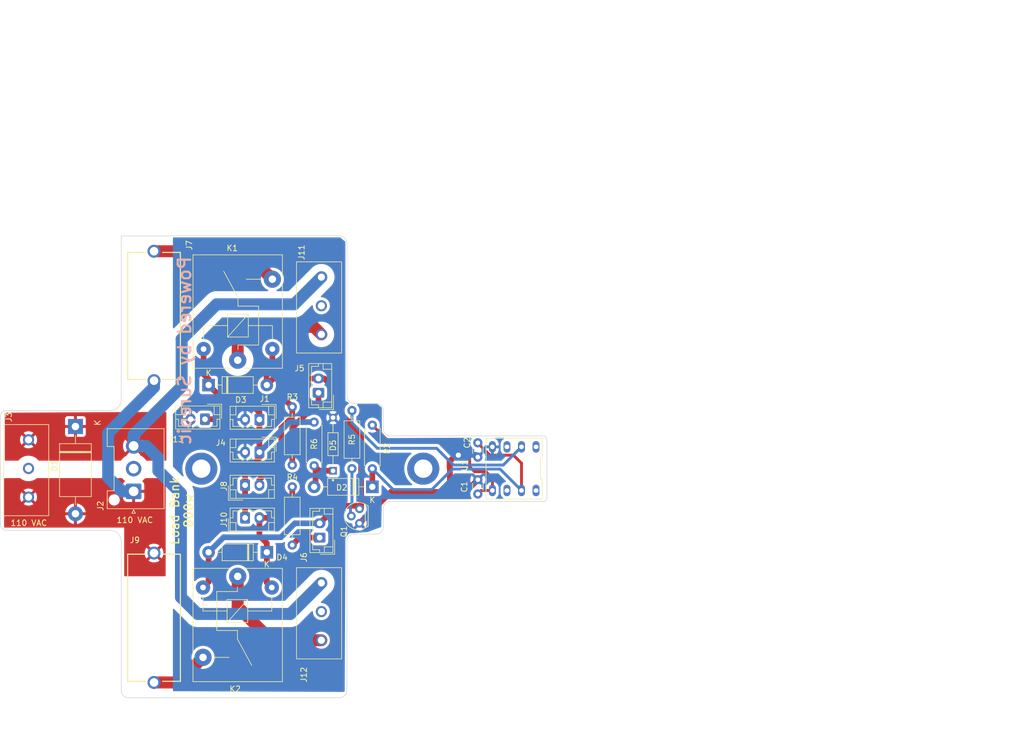
<source format=kicad_pcb>
(kicad_pcb (version 20221018) (generator pcbnew)
  (layers (0 "F.Cu" signal) (31 "B.Cu" signal) (34 "B.Paste" user) (35 "F.Paste" user) (36 "B.SilkS" user "B.Silkscreen") (37 "F.SilkS" user "F.Silkscreen") (38 "B.Mask" user) (39 "F.Mask" user) (44 "Edge.Cuts" user))
  (net 0 "")
  (net 1 "Net-(U1-TSET)")
  (net 2 "GND")
  (net 3 "Net-(D2-K)")
  (net 4 "VAC")
  (net 5 "Net-(D3-K)")
  (net 6 "GNDA")
  (net 7 "Net-(D3-A)")
  (net 8 "+5V")
  (net 9 "Net-(D4-K)")
  (net 11 "Net-(J5-Pin_1)")
  (net 13 "Net-(J6-Pin_1)")
  (net 14 "Net-(K1-30)")
  (net 15 "Net-(K2-30)")
  (net 16 "/res_1")
  (net 19 "Net-(K2-87)")
  (net 20 "Net-(Q1-B)")
  (net 21 "T_CONTROL")
  (net 26 "Net-(D2-A)")
  (footprint "Resistor_THT:R_Axial_DIN0207_L6.3mm_D2.5mm_P10.16mm_Horizontal" (layer "F.Cu") (at 157.48 85.725 -90)
    (fp_text reference "R3" (at -1.725 -0.02 180) (layer "F.SilkS"))
    (fp_text value "100R" hide)
    (pad "1" thru_hole circle (at 0 0 270) (size 1.6 1.6) (drill 0.8) (layers "*.Cu" "*.Mask") (net 5 "Net-(D3-K)"))
    (pad "2" thru_hole oval (at 10.16 0 270) (size 1.6 1.6) (drill 0.8) (layers "*.Cu" "*.Mask") (net 11 "Net-(J5-Pin_1)"))
  )
  (footprint "Capacitor_THT:C_Disc_D3.0mm_W1.6mm_P2.50mm" (layer "F.Cu") (at 189.865 92 -90)
    (fp_text reference "C2" (at 0 1.865 -270) (layer "F.SilkS"))
    (fp_text value "0.1uf" hide)
    (pad "1" thru_hole circle (at 0 0 270) (size 1.6 1.6) (drill 0.8) (layers "*.Cu" "*.Mask") (net 3 "Net-(D2-K)"))
    (pad "2" thru_hole circle (at 2.5 0 270) (size 1.6 1.6) (drill 0.8) (layers "*.Cu" "*.Mask") (net 2 "GND"))
  )
  (footprint "Connector_JST:JST_EH_B2B-EH-A_1x02_P2.50mm_Vertical" (layer "F.Cu") (at 151.745 87.93 180)
    (fp_text reference "J1" (at -0.909 3.602) (layer "F.SilkS"))
    (fp_text value "25SH-B-02-TS" hide)
    (pad "1" thru_hole roundrect (at 0 0 180) (size 1.7 2) (drill 1) (layers "*.Cu" "*.Mask") (roundrect_rratio 0.1470588235) (net 8 "+5V"))
    (pad "2" thru_hole oval (at 2.5 0 180) (size 1.7 2) (drill 1) (layers "*.Cu" "*.Mask") (net 2 "GND"))
  )
  (footprint "Connector_JST:JST_EH_B2B-EH-A_1x02_P2.50mm_Vertical" (layer "F.Cu") (at 142.24 87.884 180)
    (fp_text reference "J13" (at 5.06 -3.51) (layer "F.SilkS"))
    (fp_text value "25SH-B-02-TS" hide)
    (pad "1" thru_hole roundrect (at 0 0 180) (size 1.7 2) (drill 1) (layers "*.Cu" "*.Mask") (roundrect_rratio 0.147059) (net 8 "+5V"))
    (pad "2" thru_hole oval (at 2.5 0 180) (size 1.7 2) (drill 1) (layers "*.Cu" "*.Mask") (net 2 "GND"))
  )
  (footprint "Connector_JST:JST_EH_B2B-EH-A_1x02_P2.50mm_Vertical" (layer "F.Cu") (at 149.245 99.395)
    (fp_text reference "J8" (at -3.703 0.173 90) (layer "F.SilkS"))
    (fp_text value "25SH-B-02-TS" hide)
    (pad "1" thru_hole roundrect (at 0 0) (size 1.7 2) (drill 1) (layers "*.Cu" "*.Mask") (roundrect_rratio 0.1470588235) (net 8 "+5V"))
    (pad "2" thru_hole oval (at 2.5 0) (size 1.7 2) (drill 1) (layers "*.Cu" "*.Mask") (net 5 "Net-(D3-K)"))
  )
  (footprint "Relay_THT:Relay_SPST_SANYOU_SRD_Series_Form_A" (layer "F.Cu") (at 147.955 115.325 -90)
    (fp_text reference "K2" (at 19.675 0.455 180) (layer "F.SilkS"))
    (fp_text value "J123F1A5VDC.36" hide)
    (pad "1" thru_hole circle (at 0 0) (size 3 3) (drill 1.3) (layers "*.Cu" "*.Mask") (net 19 "Net-(K2-87)"))
    (pad "2" thru_hole circle (at 1.95 6.05) (size 2.5 2.5) (drill 1) (layers "*.Cu" "*.Mask") (net 7 "Net-(D3-A)"))
    (pad "3" thru_hole circle (at 14.15 6.05) (size 3 3) (drill 1.3) (layers "*.Cu" "*.Mask") (net 15 "Net-(K2-30)"))
    (pad "5" thru_hole circle (at 1.95 -5.95) (size 2.5 2.5) (drill 1) (layers "*.Cu" "*.Mask") (net 9 "Net-(D4-K)"))
  )
  (footprint "Diode_THT:D_DO-201AE_P15.24mm_Horizontal" (layer "F.Cu") (at 119.634 89.154 -90)
    (fp_text reference "D1" (at 6.846 3.634 90) (layer "F.SilkS"))
    (fp_text value "1.5KExxCA" hide)
    (fp_text user "K" (at -0.654 -3.866 90) (layer "F.SilkS"))
    (pad "1" thru_hole rect (at 0 0 270) (size 2.6 2.6) (drill 1.3) (layers "*.Cu" "*.Mask") (net 6 "GNDA"))
    (pad "2" thru_hole oval (at 15.24 0 270) (size 2.6 2.6) (drill 1.3) (layers "*.Cu" "*.Mask") (net 4 "VAC"))
  )
  (footprint "Connector_JST:JST_EH_B2B-EH-A_1x02_P2.50mm_Vertical" (layer "F.Cu") (at 149.245 105.11)
    (fp_text reference "J10" (at -3.703 0.3 90) (layer "F.SilkS"))
    (fp_text value "25SH-B-02-TS" hide)
    (pad "1" thru_hole roundrect (at 0 0) (size 1.7 2) (drill 1) (layers "*.Cu" "*.Mask") (roundrect_rratio 0.1470588235) (net 8 "+5V"))
    (pad "2" thru_hole oval (at 2.5 0) (size 1.7 2) (drill 1) (layers "*.Cu" "*.Mask") (net 9 "Net-(D4-K)"))
  )
  (footprint "Relay_THT:Relay_SPST_SANYOU_SRD_Series_Form_A" (layer "F.Cu") (at 147.955 77.58 90)
    (fp_text reference "K1" (at 19.58 -0.955 180) (layer "F.SilkS"))
    (fp_text value "J123F1A5VDC.36" hide)
    (pad "1" thru_hole circle (at 0 0 180) (size 3 3) (drill 1.3) (layers "*.Cu" "*.Mask") (net 16 "/res_1"))
    (pad "2" thru_hole circle (at 1.95 6.05 180) (size 2.5 2.5) (drill 1) (layers "*.Cu" "*.Mask") (net 7 "Net-(D3-A)"))
    (pad "3" thru_hole circle (at 14.15 6.05 180) (size 3 3) (drill 1.3) (layers "*.Cu" "*.Mask") (net 14 "Net-(K1-30)"))
    (pad "5" thru_hole circle (at 1.95 -5.95 180) (size 2.5 2.5) (drill 1) (layers "*.Cu" "*.Mask") (net 5 "Net-(D3-K)"))
  )
  (footprint "Diode_THT:D_DO-41_SOD81_P10.16mm_Horizontal" (layer "F.Cu") (at 153.035 111.125 180)
    (fp_text reference "D4" (at -2.667 -0.889) (layer "F.SilkS"))
    (fp_text value "1N4007" hide)
    (fp_text user "K" (at 0 -2.1) (layer "F.SilkS"))
    (pad "1" thru_hole rect (at 0 0 180) (size 2.2 2.2) (drill 1.1) (layers "*.Cu" "*.Mask") (net 9 "Net-(D4-K)"))
    (pad "2" thru_hole oval (at 10.16 0 180) (size 2.2 2.2) (drill 1.1) (layers "*.Cu" "*.Mask") (net 7 "Net-(D3-A)"))
  )
  (footprint "Resistor_THT:R_Axial_DIN0207_L6.3mm_D2.5mm_P10.16mm_Horizontal" (layer "F.Cu") (at 167.894 96.52 90)
    (fp_text reference "R5" (at 5.08 0 90) (layer "F.SilkS"))
    (fp_text value "5.1K" hide)
    (pad "1" thru_hole circle (at 0 0 90) (size 1.6 1.6) (drill 0.8) (layers "*.Cu" "*.Mask") (net 20 "Net-(Q1-B)"))
    (pad "2" thru_hole oval (at 10.16 0 90) (size 1.6 1.6) (drill 0.8) (layers "*.Cu" "*.Mask") (net 21 "T_CONTROL"))
  )
  (footprint "Resistor_THT:R_Axial_DIN0207_L6.3mm_D2.5mm_P10.16mm_Horizontal" (layer "F.Cu") (at 157.48 99.695 -90)
    (fp_text reference "R4" (at -1.695 -0.02 180) (layer "F.SilkS"))
    (fp_text value "100R" hide)
    (pad "1" thru_hole circle (at 0 0 270) (size 1.6 1.6) (drill 0.8) (layers "*.Cu" "*.Mask") (net 9 "Net-(D4-K)"))
    (pad "2" thru_hole oval (at 10.16 0 270) (size 1.6 1.6) (drill 0.8) (layers "*.Cu" "*.Mask") (net 13 "Net-(J6-Pin_1)"))
  )
  (footprint "Connector_JST:JST_EH_B2B-EH-A_1x02_P2.50mm_Vertical" (layer "F.Cu") (at 162.26 108.565 90)
    (fp_text reference "J6" (at -3.435 -2.76 90) (layer "F.SilkS"))
    (fp_text value "Conn_01x02_Male" hide)
    (pad "1" thru_hole roundrect (at 0 0 90) (size 1.7 2) (drill 1) (layers "*.Cu" "*.Mask") (roundrect_rratio 0.1470588235) (net 13 "Net-(J6-Pin_1)"))
    (pad "2" thru_hole oval (at 2.5 0 90) (size 1.7 2) (drill 1) (layers "*.Cu" "*.Mask") (net 7 "Net-(D3-A)"))
  )
  (footprint "1N5231B_R0:DIOAD928W47L399D179" (layer "F.Cu") (at 164.592 92.2475 90)
    (fp_text reference "D5" (at -0.2085 0 90) (layer "F.SilkS"))
    (fp_text value "1N5230B")
    (pad "A" thru_hole circle (at 4.64 0 90) (size 1.308 1.308) (drill 0.8) (layers "*.Cu" "*.Mask") (net 2 "GND"))
    (pad "C" thru_hole rect (at -4.64 0 90) (size 1.308 1.308) (drill 0.8) (layers "*.Cu" "*.Mask") (net 26 "Net-(D2-A)"))
  )
  (footprint "load bank:EURO_BLOCK,_3_POSITION" (layer "F.Cu") (at 158.3182 68.1482 90)
    (fp_text reference "J11" (at 9.4041 0.785 90 unlocked) (layer "F.SilkS"))
    (fp_text value "EURO_BLOCK,_3_POSITION" hide)
    (pad "1" thru_hole circle (at -4.9238 4.2418 90) (size 1.95 1.95) (drill 1.25) (layers "*.Cu" "*.Mask") (net 16 "/res_1"))
    (pad "2" thru_hole circle (at 0.0762 4.2418 90) (size 1.95 1.95) (drill 1.25) (layers "*.Cu" "*.Mask"))
    (pad "3" thru_hole circle (at 5.0762 4.2418 90) (size 1.95 1.95) (drill 1.25) (layers "*.Cu" "*.Mask") (net 6 "GNDA"))
  )
  (footprint "696101000002:696101000002" (layer "F.Cu") (at 133.35 69.85 90)
    (property "VALUE" "696101000002")
    (fp_text reference "J7" (at 12.35 6.15 90) (layer "F.SilkS"))
    (fp_text value "696101000002" hide)
    (pad "1" thru_hole circle (at -11.3 0 90) (size 2.25 2.25) (drill 1.5) (layers "*.Cu" "*.Mask") (net 4 "VAC"))
    (pad "2" thru_hole circle (at 11.3 0 90) (size 2.25 2.25) (drill 1.5) (layers "*.Cu" "*.Mask") (net 14 "Net-(K1-30)"))
  )
  (footprint "load bank:KSP13" (layer "F.Cu") (at 161.590453 104.795 90)
    (fp_text reference "Q1" (at -2.705 4.909547 90 unlocked) (layer "F.SilkS"))
    (fp_text value "KSP14" hide)
    (pad "1" thru_hole circle (at -1.27 7.62 90) (size 1.51 1.51) (drill 0.81) (layers "*.Cu" "*.Mask") (net 2 "GND"))
    (pad "2" thru_hole circle (at 0 6.2 90) (size 1.51 1.51) (drill 0.81) (layers "*.Cu" "*.Mask") (net 20 "Net-(Q1-B)"))
    (pad "3" thru_hole circle (at 1.27 7.62 90) (size 1.51 1.51) (drill 0.81) (layers "*.Cu" "*.Mask") (net 7 "Net-(D3-A)"))
  )
  (footprint "load bank:EURO_BLOCK,_3_POSITION" (layer "F.Cu") (at 158.3182 121.557 90)
    (fp_text reference "J12" (at -10.943 1.1818 90 unlocked) (layer "F.SilkS"))
    (fp_text value "EURO_BLOCK,_3_POSITION" hide)
    (pad "1" thru_hole circle (at -4.9238 4.2418 90) (size 1.95 1.95) (drill 1.25) (layers "*.Cu" "*.Mask") (net 19 "Net-(K2-87)"))
    (pad "2" thru_hole circle (at 0.0762 4.2418 90) (size 1.95 1.95) (drill 1.25) (layers "*.Cu" "*.Mask"))
    (pad "3" thru_hole circle (at 5.0762 4.2418 90) (size 1.95 1.95) (drill 1.25) (layers "*.Cu" "*.Mask") (net 6 "GNDA"))
  )
  (footprint "Resistor_THT:R_Axial_DIN0207_L6.3mm_D2.5mm_P7.62mm_Horizontal" (layer "F.Cu") (at 161.29 88.392 -90)
    (fp_text reference "R6" (at 3.81 0 90) (layer "F.SilkS"))
    (fp_text value "500R")
    (pad "1" thru_hole circle (at 0 0 270) (size 1.6 1.6) (drill 0.8) (layers "*.Cu" "*.Mask") (net 8 "+5V"))
    (pad "2" thru_hole oval (at 7.62 0 270) (size 1.6 1.6) (drill 0.8) (layers "*.Cu" "*.Mask") (net 26 "Net-(D2-A)"))
  )
  (footprint "Connector_JST:JST_EH_B2B-EH-A_1x02_P2.50mm_Vertical" (layer "F.Cu") (at 162.052 83.272 90)
    (fp_text reference "J5" (at 4.278 -3.302 180) (layer "F.SilkS"))
    (fp_text value "Conn_01x02_Male" hide)
    (pad "1" thru_hole roundrect (at 0 0 90) (size 1.7 2) (drill 1) (layers "*.Cu" "*.Mask") (roundrect_rratio 0.1470588235) (net 11 "Net-(J5-Pin_1)"))
    (pad "2" thru_hole oval (at 2.5 0 90) (size 1.7 2) (drill 1) (layers "*.Cu" "*.Mask") (net 7 "Net-(D3-A)"))
  )
  (footprint "Connector_JST:JST_EH_B2B-EH-A_1x02_P2.50mm_Vertical" (layer "F.Cu") (at 151.745 93.645 180)
    (fp_text reference "J4" (at 6.745 1.645) (layer "F.SilkS"))
    (fp_text value "25SH-B-02-TS" hide)
    (pad "1" thru_hole roundrect (at 0 0 180) (size 1.7 2) (drill 1) (layers "*.Cu" "*.Mask") (roundrect_rratio 0.1470588235) (net 8 "+5V"))
    (pad "2" thru_hole oval (at 2.5 0 180) (size 1.7 2) (drill 1) (layers "*.Cu" "*.Mask") (net 2 "GND"))
  )
  (footprint "load bank:DIP-8_300_ELL" (layer "F.Cu") (at 196.215 96.52 180)
    (fp_text reference "U1" (at 8.715 0.52 90) (layer "F.SilkS"))
    (fp_text value "TC624VPA" hide)
    (pad "1" thru_hole oval (at -3.81 3.81 180) (size 1.2 2) (drill 0.8) (layers "*.Cu" "*.Mask"))
    (pad "2" thru_hole oval (at -1.27 3.81 180) (size 1.2 2) (drill 0.8) (layers "*.Cu" "*.Mask") (net 21 "T_CONTROL"))
    (pad "3" thru_hole oval (at 1.27 3.81 180) (size 1.2 2) (drill 0.8) (layers "*.Cu" "*.Mask"))
    (pad "4" thru_hole oval (at 3.81 3.81 180) (size 1.2 2) (drill 0.8) (layers "*.Cu" "*.Mask") (net 2 "GND"))
    (pad "5" thru_hole oval (at 3.81 -3.81 180) (size 1.2 2) (drill 0.8) (layers "*.Cu" "*.Mask") (net 1 "Net-(U1-TSET)"))
    (pad "6" thru_hole oval (at 1.27 -3.81 180) (size 1.2 2) (drill 0.8) (layers "*.Cu" "*.Mask"))
    (pad "7" thru_hole oval (at -1.27 -3.81 180) (size 1.2 2) (drill 0.8) (layers "*.Cu" "*.Mask") (net 3 "Net-(D2-K)"))
    (pad "8" thru_hole oval (at -3.81 -3.81 180) (size 1.2 2) (drill 0.8) (layers "*.Cu" "*.Mask"))
  )
  (footprint "MountingHole:MountingHole_3.2mm_M3_DIN965_Pad_TopBottom" (layer "F.Cu") (at 141.605 96.52)
    (fp_text reference "H2" hide)
    (fp_text value "MountingHole" hide)
    (pad "1" thru_hole circle (at 0 0) (size 3.6 3.6) (drill 3.2) (layers "*.Cu" "*.Mask"))
    (pad "1" connect circle (at 0 0) (size 5.6 5.6) (layers "F.Cu" "F.Mask"))
    (pad "1" connect circle (at 0 0) (size 5.6 5.6) (layers "B.Cu" "B.Mask"))
  )
  (footprint "Connector_JST:JST_VH_B3P-VH-FB-B_1x03_P3.96mm_Vertical" (layer "F.Cu") (at 129.794 100.48 90)
    (fp_text reference "J2" (at -2.52 -5.794 90) (layer "F.SilkS"))
    (fp_text value "LHD-03-TS" hide)
    (pad "" np_thru_hole circle (at -1.5 -3.4 90) (size 1.45 1.45) (drill 1.45) (layers "*.Cu" "*.Mask"))
    (pad "1" thru_hole roundrect (at 0 0 90) (size 2.7 2.7) (drill 1.7) (layers "*.Cu" "*.Mask") (roundrect_rratio 0.09259296296) (net 4 "VAC"))
    (pad "2" thru_hole circle (at 3.96 0 90) (size 2.7 2.7) (drill 1.7) (layers "*.Cu" "*.Mask"))
    (pad "3" thru_hole circle (at 7.92 0 90) (size 2.7 2.7) (drill 1.7) (layers "*.Cu" "*.Mask") (net 6 "GNDA"))
  )
  (footprint "Resistor_THT:R_Axial_DIN0207_L6.3mm_D2.5mm_P7.62mm_Horizontal" (layer "F.Cu") (at 171.45 96.54 90)
    (fp_text reference "R2" (at 3.54 2.55 90) (layer "F.SilkS"))
    (fp_text value "142.6K" hide)
    (pad "1" thru_hole circle (at 0 0 90) (size 1.6 1.6) (drill 0.8) (layers "*.Cu" "*.Mask") (net 3 "Net-(D2-K)"))
    (pad "2" thru_hole oval (at 7.62 0 90) (size 1.6 1.6) (drill 0.8) (layers "*.Cu" "*.Mask") (net 1 "Net-(U1-TSET)"))
  )
  (footprint "load bank:EURO_BLOCK,_3_POSITION" (layer "F.Cu") (at 107.2068 96.5581 90)
    (fp_text reference "J3" (at 9.0581 0.7932 90 unlocked) (layer "F.SilkS"))
    (fp_text value "EBBA-03-C-SS-BU" hide)
    (pad "1" thru_hole circle (at -4.9238 4.2418 90) (size 1.95 1.95) (drill 1.25) (layers "*.Cu" "*.Mask") (net 4 "VAC"))
    (pad "2" thru_hole circle (at 0.0762 4.2418 90) (size 1.95 1.95) (drill 1.25) (layers "*.Cu" "*.Mask"))
    (pad "3" thru_hole circle (at 5.0762 4.2418 90) (size 1.95 1.95) (drill 1.25) (layers "*.Cu" "*.Mask") (net 6 "GNDA"))
  )
  (footprint "Capacitor_THT:C_Disc_D3.0mm_W1.6mm_P2.50mm" (layer "F.Cu") (at 189.865 98.445 -90)
    (fp_text reference "C1" (at 1.25 2.365 90) (layer "F.SilkS"))
    (fp_text value "0.1uf" hide)
    (pad "1" thru_hole circle (at 0 0 270) (size 1.6 1.6) (drill 0.8) (layers "*.Cu" "*.Mask") (net 2 "GND"))
    (pad "2" thru_hole circle (at 2.5 0 270) (size 1.6 1.6) (drill 0.8) (layers "*.Cu" "*.Mask") (net 1 "Net-(U1-TSET)"))
  )
  (footprint "MountingHole:MountingHole_3.2mm_M3_DIN965_Pad_TopBottom" (layer "F.Cu") (at 180.34 96.52)
    (fp_text reference "H3" hide)
    (fp_text value "MountingHole" hide)
    (pad "1" thru_hole circle (at 0 0) (size 3.6 3.6) (drill 3.2) (layers "*.Cu" "*.Mask"))
    (pad "1" connect circle (at 0 0) (size 5.6 5.6) (layers "F.Cu" "F.Mask"))
    (pad "1" connect circle (at 0 0) (size 5.6 5.6) (layers "B.Cu" "B.Mask"))
  )
  (footprint "Diode_THT:D_DO-41_SOD81_P10.16mm_Horizontal" (layer "F.Cu") (at 171.45 99.695 180)
    (fp_text reference "D2" (at 5.334 -0.127) (layer "F.SilkS"))
    (fp_text value "1N4007" hide)
    (fp_text user "K" (at 0 -2.305) (layer "F.SilkS"))
    (pad "1" thru_hole rect (at 0 0 180) (size 2.2 2.2) (drill 1.1) (layers "*.Cu" "*.Mask") (net 3 "Net-(D2-K)"))
    (pad "2" thru_hole oval (at 10.16 0 180) (size 2.2 2.2) (drill 1.1) (layers "*.Cu" "*.Mask") (net 26 "Net-(D2-A)"))
  )
  (footprint "Diode_THT:D_DO-41_SOD81_P10.16mm_Horizontal" (layer "F.Cu") (at 142.875 81.915)
    (fp_text reference "D3" (at 5.625 2.585) (layer "F.SilkS"))
    (fp_text value "1N4007" hide)
    (fp_text user "K" (at 0 -2.1) (layer "F.SilkS"))
    (pad "1" thru_hole rect (at 0 0) (size 2.2 2.2) (drill 1.1) (layers "*.Cu" "*.Mask") (net 5 "Net-(D3-K)"))
    (pad "2" thru_hole oval (at 10.16 0) (size 2.2 2.2) (drill 1.1) (layers "*.Cu" "*.Mask") (net 7 "Net-(D3-A)"))
  )
  (footprint "696101000002:696101000002" (layer "F.Cu") (at 133.35 122.555 -90)
    (property "VALUE" "696101000002")
    (fp_text reference "J9" (at -13.555 3.35 180) (layer "F.SilkS"))
    (fp_text value "696101000002" hide)
    (pad "1" thru_hole circle (at -11.3 0 270) (size 2.25 2.25) (drill 1.5) (layers "*.Cu" "*.Mask") (net 4 "VAC"))
    (pad "2" thru_hole circle (at 11.3 0 270) (size 2.25 2.25) (drill 1.5) (layers "*.Cu" "*.Mask") (net 15 "Net-(K2-30)"))
  )
  (gr_line (start 167.005 109.22) (end 167.005 113.665) (stroke (width 0.1)) (layer "Edge.Cuts"))
  (gr_line (start 172.085 107.95) (end 168.275 107.95) (stroke (width 0.1)) (layer "Edge.Cuts"))
  (gr_line (start 127.635 113.03) (end 127.635 135.255) (stroke (width 0.1)) (layer "Edge.Cuts"))
  (gr_arc (start 167.005 109.22) (mid 167.376974 108.321974) (end 168.275 107.95) (stroke (width 0.1)) (layer "Edge.Cuts"))
  (gr_line (start 173.355 89.535) (end 173.355 86.36) (stroke (width 0.1)) (layer "Edge.Cuts"))
  (gr_arc (start 128.905 136.525) (mid 128.006974 136.153026) (end 127.635 135.255) (stroke (width 0.1)) (layer "Edge.Cuts"))
  (gr_line (start 201.295 102.235) (end 174.625 102.235) (stroke (width 0.1)) (layer "Edge.Cuts"))
  (gr_arc (start 201.295 90.805) (mid 201.744013 90.990987) (end 201.93 91.44) (stroke (width 0.1)) (layer "Edge.Cuts"))
  (gr_arc (start 173.355 103.505) (mid 173.726974 102.606974) (end 174.625 102.235) (stroke (width 0.1)) (layer "Edge.Cuts"))
  (gr_line (start 127.635 55.88) (end 165.735 55.88) (stroke (width 0.1)) (layer "Edge.Cuts"))
  (gr_arc (start 168.275 85.09) (mid 167.376974 84.718026) (end 167.005 83.82) (stroke (width 0.1)) (layer "Edge.Cuts"))
  (gr_line (start 125.73 107.315) (end 107.569 107.315) (stroke (width 0.1)) (layer "Edge.Cuts"))
  (gr_line (start 201.93 91.44) (end 201.93 101.6) (stroke (width 0.1)) (layer "Edge.Cuts"))
  (gr_arc (start 201.93 101.6) (mid 201.744013 102.049013) (end 201.295 102.235) (stroke (width 0.1)) (layer "Edge.Cuts"))
  (gr_arc (start 125.73 107.315) (mid 127.077038 107.872962) (end 127.635 109.22) (stroke (width 0.1)) (layer "Edge.Cuts"))
  (gr_line (start 167.005 57.15) (end 167.005 83.82) (stroke (width 0.1)) (layer "Edge.Cuts"))
  (gr_line (start 173.355 103.505) (end 173.355 106.68) (stroke (width 0.1)) (layer "Edge.Cuts"))
  (gr_arc (start 167.005 135.255) (mid 166.633026 136.153026) (end 165.735 136.525) (stroke (width 0.1)) (layer "Edge.Cuts"))
  (gr_line (start 107.569 86.36) (end 125.73 86.36) (stroke (width 0.1)) (layer "Edge.Cuts"))
  (gr_line (start 127.635 113.03) (end 127.635 109.22) (stroke (width 0.1)) (layer "Edge.Cuts"))
  (gr_arc (start 174.625 90.805) (mid 173.726974 90.433026) (end 173.355 89.535) (stroke (width 0.1)) (layer "Edge.Cuts"))
  (gr_line (start 174.625 90.805) (end 201.295 90.805) (stroke (width 0.1)) (layer "Edge.Cuts"))
  (gr_arc (start 127.635 84.455) (mid 127.077038 85.802038) (end 125.73 86.36) (stroke (width 0.1)) (layer "Edge.Cuts"))
  (gr_arc (start 107.569 107.315) (mid 106.85058 107.01742) (end 106.553 106.299) (stroke (width 0.1)) (layer "Edge.Cuts"))
  (gr_arc (start 165.735 55.88) (mid 166.633026 56.251974) (end 167.005 57.15) (stroke (width 0.1)) (layer "Edge.Cuts"))
  (gr_line (start 165.735 136.525) (end 128.905 136.525) (stroke (width 0.1)) (layer "Edge.Cuts"))
  (gr_line (start 106.553 87.376) (end 106.553 106.299) (stroke (width 0.1)) (layer "Edge.Cuts"))
  (gr_line (start 167.005 113.665) (end 167.005 135.255) (stroke (width 0.1)) (layer "Edge.Cuts"))
  (gr_arc (start 172.085 85.09) (mid 172.983026 85.461974) (end 173.355 86.36) (stroke (width 0.1)) (layer "Edge.Cuts"))
  (gr_arc (start 106.553 87.376) (mid 106.85058 86.65758) (end 107.569 86.36) (stroke (width 0.1)) (layer "Edge.Cuts"))
  (gr_arc (start 173.355 106.68) (mid 172.983026 107.578026) (end 172.085 107.95) (stroke (width 0.1)) (layer "Edge.Cuts"))
  (gr_line (start 172.085 85.09) (end 168.275 85.09) (stroke (width 0.1)) (layer "Edge.Cuts"))
  (gr_line (start 127.635 84.455) (end 127.635 55.88) (stroke (width 0.1)) (layer "Edge.Cuts"))
  (gr_text "Powered by Surepic" (at 138.684 75.946 90) (layer "B.SilkS") (effects (font (size 2.2 2.2) (thickness 0.375)) (justify mirror)))
  (gr_text "110 VAC" (at 111.5 106) (layer "F.SilkS") (effects (font (size 1 1))))
  (gr_text "Load Bank\n800w" (at 138.176 103.886 90) (layer "F.SilkS") (effects (font (size 1.5 1.5) (thickness 0.25))))
  (gr_text "110 VAC" (at 130 105.5) (layer "F.SilkS") (effects (font (size 1 1))))
  (segment (start 192.405 100.33) (end 190.48 100.33) (width 0.5) (layer "F.Cu") (net 1))
  (segment (start 171.45 88.92) (end 174.3764 91.8464) (width 0.5) (layer "F.Cu") (net 1))
  (segment (start 174.3764 91.8464) (end 186.2836 91.8464) (width 0.5) (layer "F.Cu") (net 1))
  (segment (start 188.4426 94.0054) (end 188.4426 96.1898) (width 0.5) (layer "F.Cu") (net 1))
  (segment (start 189.3062 97.0534) (end 191.2874 97.0534) (width 0.5) (layer "F.Cu") (net 1))
  (segment (start 191.2874 97.0534) (end 192.405 98.171) (width 0.5) (layer "F.Cu") (net 1))
  (segment (start 188.4426 96.1898) (end 189.3062 97.0534) (width 0.5) (layer "F.Cu") (net 1))
  (segment (start 192.405 100.33) (end 192.405 98.171) (width 0.5) (layer "F.Cu") (net 1))
  (segment (start 186.2836 91.8464) (end 188.4426 94.0054) (width 0.5) (layer "F.Cu") (net 1))
  (segment (start 190.48 100.33) (end 189.865 100.945) (width 0.5) (layer "F.Cu") (net 1))
  (segment (start 184.9882 100.2538) (end 184.658 100.584) (width 1) (layer "F.Cu") (net 2))
  (segment (start 186.0239 94.1635) (end 184.9374 95.25) (width 1) (layer "F.Cu") (net 2))
  (segment (start 184.9374 96.2914) (end 184.9882 96.3422) (width 1) (layer "F.Cu") (net 2))
  (segment (start 184.9882 96.3422) (end 184.9882 100.2538) (width 1) (layer "F.Cu") (net 2))
  (segment (start 187.726 100.584) (end 184.658 100.584) (width 1) (layer "F.Cu") (net 2))
  (segment (start 184.9374 95.25) (end 184.9374 96.2914) (width 1) (layer "F.Cu") (net 2))
  (segment (start 186.4614 94.1635) (end 186.0239 94.1635) (width 1) (layer "F.Cu") (net 2))
  (segment (start 174.691453 100.584) (end 169.210453 106.065) (width 1) (layer "F.Cu") (net 2))
  (segment (start 189.865 98.445) (end 187.726 100.584) (width 1) (layer "F.Cu") (net 2))
  (segment (start 184.658 100.584) (end 174.691453 100.584) (width 1) (layer "F.Cu") (net 2))
  (via (at 186.4614 94.1635) (size 1) (drill 0.9) (layers "F.Cu" "B.Cu") (net 2))
  (segment (start 189.472 94.107) (end 189.865 94.5) (width 1) (layer "B.Cu") (net 2))
  (segment (start 186.4614 94.1635) (end 186.5179 94.107) (width 1) (layer "B.Cu") (net 2))
  (segment (start 186.5179 94.107) (end 189.472 94.107) (width 1) (layer "B.Cu") (net 2))
  (segment (start 196.0775 94.16) (end 197.485 95.5675) (width 0.5) (layer "F.Cu") (net 3))
  (segment (start 191.970076 94.16) (end 196.0775 94.16) (width 0.5) (layer "F.Cu") (net 3))
  (segment (start 197.485 95.5675) (end 197.485 100.33) (width 0.5) (layer "F.Cu") (net 3))
  (segment (start 189.865 92.054924) (end 191.970076 94.16) (width 0.5) (layer "F.Cu") (net 3))
  (segment (start 189.865 92) (end 189.865 92.054924) (width 0.5) (layer "F.Cu") (net 3))
  (segment (start 171.45 99.695) (end 171.45 96.54) (width 1) (layer "F.Cu") (net 3))
  (segment (start 171.45 96.54) (end 175.0876 100.1776) (width 0.5) (layer "B.Cu") (net 3))
  (segment (start 193.74 96.585) (end 197.485 100.33) (width 0.5) (layer "B.Cu") (net 3))
  (segment (start 181.8386 100.1776) (end 185.4312 96.585) (width 0.5) (layer "B.Cu") (net 3))
  (segment (start 175.0876 100.1776) (end 181.8386 100.1776) (width 0.5) (layer "B.Cu") (net 3))
  (segment (start 185.4312 96.585) (end 193.74 96.585) (width 0.5) (layer "B.Cu") (net 3))
  (segment (start 125.349 90.297) (end 133.35 82.296) (width 2.09) (layer "B.Cu") (net 4))
  (segment (start 129.794 100.48) (end 127.750713 100.48) (width 2.09) (layer "B.Cu") (net 4))
  (segment (start 127.750713 100.48) (end 125.349 98.078287) (width 2.09) (layer "B.Cu") (net 4))
  (segment (start 125.349 98.078287) (end 125.349 90.297) (width 2.09) (layer "B.Cu") (net 4))
  (segment (start 133.35 82.296) (end 133.35 81.15) (width 2.09) (layer "B.Cu") (net 4))
  (segment (start 145.46 84.5) (end 156.255 84.5) (width 1) (layer "F.Cu") (net 5))
  (segment (start 156.255 84.5) (end 157.48 85.725) (width 1) (layer "F.Cu") (net 5))
  (segment (start 142.875 80.899) (end 142.005 80.029) (width 1) (layer "F.Cu") (net 5))
  (segment (start 157.48 87.52) (end 157.48 85.725) (width 1) (layer "F.Cu") (net 5))
  (segment (start 151.745 99.395) (end 151.745 98.445) (width 1) (layer "F.Cu") (net 5))
  (segment (start 142.005 80.029) (end 142.005 75.63) (width 1) (layer "F.Cu") (net 5))
  (segment (start 155.575 94.615) (end 155.575 89.425) (width 1) (layer "F.Cu") (net 5))
  (segment (start 142.875 81.915) (end 142.875 80.899) (width 1) (layer "F.Cu") (net 5))
  (segment (start 142.875 81.915) (end 145.46 84.5) (width 1) (layer "F.Cu") (net 5))
  (segment (start 155.575 89.425) (end 157.48 87.52) (width 1) (layer "F.Cu") (net 5))
  (segment (start 151.745 98.445) (end 155.575 94.615) (width 1) (layer "F.Cu") (net 5))
  (segment (start 157.814 67.818) (end 144.272 67.818) (width 2.09) (layer "B.Cu") (net 6))
  (segment (start 162.56 116.4808) (end 157.1462 121.8946) (width 2.09) (layer "B.Cu") (net 6))
  (segment (start 138.176 73.914) (end 138.176 82.193474) (width 2.09) (layer "B.Cu") (net 6))
  (segment (start 138.176 82.193474) (end 129.794 90.575474) (width 2.09) (layer "B.Cu") (net 6))
  (segment (start 134.112 96.884209) (end 134.112 94.6808) (width 2.09) (layer "B.Cu") (net 6))
  (segment (start 138.049 100.821209) (end 134.112 96.884209) (width 2.09) (layer "B.Cu") (net 6))
  (segment (start 140.97 121.8946) (end 138.049 118.9736) (width 2.09) (layer "B.Cu") (net 6))
  (segment (start 134.112 94.6808) (end 131.9912 92.56) (width 2.09) (layer "B.Cu") (net 6))
  (segment (start 157.1462 121.8946) (end 140.97 121.8946) (width 2.09) (layer "B.Cu") (net 6))
  (segment (start 138.049 118.9736) (end 138.049 100.821209) (width 2.09) (layer "B.Cu") (net 6))
  (segment (start 144.272 67.818) (end 138.176 73.914) (width 2.09) (layer "B.Cu") (net 6))
  (segment (start 131.9912 92.56) (end 129.794 92.56) (width 2.09) (layer "B.Cu") (net 6))
  (segment (start 129.794 90.575474) (end 129.794 92.56) (width 2.09) (layer "B.Cu") (net 6))
  (segment (start 162.56 63.072) (end 157.814 67.818) (width 2.09) (layer "B.Cu") (net 6))
  (segment (start 169.5 90.506) (end 166.116 87.122) (width 1) (layer "F.Cu") (net 7))
  (segment (start 163.068 80.772) (end 154.178 80.772) (width 1) (layer "F.Cu") (net 7))
  (segment (start 169.5 103.235453) (end 169.5 90.506) (width 1) (layer "F.Cu") (net 7))
  (segment (start 142.875 116.305) (end 141.905 117.275) (width 1) (layer "F.Cu") (net 7))
  (segment (start 154.178 80.772) (end 153.035 81.915) (width 1) (layer "F.Cu") (net 7))
  (segment (start 166.116 87.122) (end 166.116 83.82) (width 1) (layer "F.Cu") (net 7))
  (segment (start 153 79) (end 153 81.88) (width 1) (layer "F.Cu") (net 7))
  (segment (start 154.005 75.63) (end 154.005 77.995) (width 1) (layer "F.Cu") (net 7))
  (segment (start 165.325 103) (end 162.26 106.065) (width 1) (layer "F.Cu") (net 7))
  (segment (start 169.210453 103.525) (end 169.5 103.235453) (width 1) (layer "F.Cu") (net 7))
  (segment (start 142.875 111.125) (end 142.875 116.305) (width 1) (layer "F.Cu") (net 7))
  (segment (start 166.116 83.82) (end 163.068 80.772) (width 1) (layer "F.Cu") (net 7))
  (segment (start 154.005 77.995) (end 153 79) (width 1) (layer "F.Cu") (net 7))
  (segment (start 168.685453 103) (end 165.325 103) (width 1) (layer "F.Cu") (net 7))
  (segment (start 169.210453 103.525) (end 168.685453 103) (width 1) (layer "F.Cu") (net 7))
  (segment (start 153 81.88) (end 153.035 81.915) (width 1) (layer "F.Cu") (net 7))
  (segment (start 157.935 106.065) (end 155.5 108.5) (width 1) (layer "B.Cu") (net 7))
  (segment (start 155.5 108.5) (end 145.5 108.5) (width 1) (layer "B.Cu") (net 7))
  (segment (start 145.5 108.5) (end 142.875 111.125) (width 1) (layer "B.Cu") (net 7))
  (segment (start 162.26 106.065) (end 157.935 106.065) (width 1) (layer "B.Cu") (net 7))
  (segment (start 151.745 93.645) (end 151.745 94.635) (width 1) (layer "F.Cu") (net 8))
  (segment (start 151.745 94.635) (end 149.245 97.135) (width 1) (layer "F.Cu") (net 8))
  (segment (start 149.245 97.135) (end 149.245 99.395) (width 1) (layer "F.Cu") (net 8))
  (segment (start 142.24 87.884) (end 144.78 87.884) (width 1) (layer "F.Cu") (net 8))
  (segment (start 151.745 86.721) (end 151.745 87.93) (width 1) (layer "F.Cu") (net 8))
  (segment (start 146.812 85.852) (end 150.876 85.852) (width 1) (layer "F.Cu") (net 8))
  (segment (start 149.245 99.395) (end 149.245 105.11) (width 1) (layer "F.Cu") (net 8))
  (segment (start 150.876 85.852) (end 151.745 86.721) (width 1) (layer "F.Cu") (net 8))
  (segment (start 151.745 87.93) (end 151.745 93.645) (width 1) (layer "F.Cu") (net 8))
  (segment (start 144.78 87.884) (end 146.812 85.852) (width 1) (layer "F.Cu") (net 8))
  (segment (start 156.998 88.392) (end 151.745 93.645) (width 1) (layer "B.Cu") (net 8))
  (segment (start 161.29 88.392) (end 156.998 88.392) (width 1) (layer "B.Cu") (net 8))
  (segment (start 151.745 105.11) (end 154.605 105.11) (width 1) (layer "F.Cu") (net 9))
  (segment (start 153.035 116.405) (end 153.905 117.275) (width 1) (layer "F.Cu") (net 9))
  (segment (start 157.48 102.235) (end 157.48 99.695) (width 1) (layer "F.Cu") (net 9))
  (segment (start 154.605 105.11) (end 157.48 102.235) (width 1) (layer "F.Cu") (net 9))
  (segment (start 151.745 108.245) (end 151.745 105.11) (width 1) (layer "F.Cu") (net 9))
  (segment (start 153.035 111.125) (end 153.035 116.405) (width 1) (layer "F.Cu") (net 9))
  (segment (start 153.035 111.125) (end 153.035 109.535) (width 1) (layer "F.Cu") (net 9))
  (segment (start 153.035 109.535) (end 151.745 108.245) (width 1) (layer "F.Cu") (net 9))
  (segment (start 157.48 95.885) (end 157.48 89.408) (width 1) (layer "F.Cu") (net 11))
  (segment (start 162.052 84.836) (end 162.052 83.272) (width 1) (layer "F.Cu") (net 11))
  (segment (start 157.48 89.408) (end 162.052 84.836) (width 1) (layer "F.Cu") (net 11))
  (segment (start 158.77 108.565) (end 162.26 108.565) (width 1) (layer "F.Cu") (net 13))
  (segment (start 157.48 109.855) (end 158.77 108.565) (width 1) (layer "F.Cu") (net 13))
  (segment (start 133.35 58.55) (end 149.125 58.55) (width 2.09) (layer "F.Cu") (net 14))
  (segment (start 149.125 58.55) (end 154.005 63.43) (width 2.09) (layer "F.Cu") (net 14))
  (segment (start 133.35 133.855) (end 137.525 133.855) (width 2.09) (layer "F.Cu") (net 15))
  (segment (start 137.525 133.855) (end 141.905 129.475) (width 2.09) (layer "F.Cu") (net 15))
  (segment (start 161.243 71.755) (end 162.56 73.072) (width 2.09) (layer "F.Cu") (net 16))
  (segment (start 147.955 74.295) (end 150.495 71.755) (width 2.09) (layer "F.Cu") (net 16))
  (segment (start 147.955 77.58) (end 147.955 74.295) (width 2.09) (layer "F.Cu") (net 16))
  (segment (start 150.495 71.755) (end 161.243 71.755) (width 2.09) (layer "F.Cu") (net 16))
  (segment (start 147.955 120.65) (end 153.7858 126.4808) (width 2.09) (layer "F.Cu") (net 19))
  (segment (start 153.7858 126.4808) (end 162.56 126.4808) (width 2.09) (layer "F.Cu") (net 19))
  (segment (start 147.955 115.325) (end 147.955 120.65) (width 2.09) (layer "F.Cu") (net 19))
  (segment (start 167.894 96.52) (end 167.894 102.616) (width 0.5) (layer "B.Cu") (net 20))
  (segment (start 167.894 102.616) (end 167.64 102.87) (width 0.5) (layer "B.Cu") (net 20))
  (segment (start 167.64 104.644547) (end 167.790453 104.795) (width 0.5) (layer "B.Cu") (net 20))
  (segment (start 167.64 102.87) (end 167.64 104.644547) (width 0.5) (layer "B.Cu") (net 20))
  (segment (start 167.894 88.519) (end 172.339 92.964) (width 0.5) (layer "B.Cu") (net 21))
  (segment (start 172.339 92.964) (end 182.6768 92.964) (width 0.5) (layer "B.Cu") (net 21))
  (segment (start 182.6768 92.964) (end 185.5978 95.885) (width 0.5) (layer "B.Cu") (net 21))
  (segment (start 185.5978 95.885) (end 194.31 95.885) (width 0.5) (layer "B.Cu") (net 21))
  (segment (start 194.31 95.885) (end 197.485 92.71) (width 0.5) (layer "B.Cu") (net 21))
  (segment (start 167.894 86.36) (end 167.894 88.519) (width 0.5) (layer "B.Cu") (net 21))
  (segment (start 161.544 96.266) (end 161.544 99.441) (width 1) (layer "F.Cu") (net 26))
  (segment (start 161.29 96.012) (end 161.544 96.266) (width 1) (layer "F.Cu") (net 26))
  (segment (start 162.1655 96.8875) (end 161.29 96.012) (width 1) (layer "F.Cu") (net 26))
  (segment (start 164.592 96.8875) (end 162.1655 96.8875) (width 1) (layer "F.Cu") (net 26))
  (segment (start 161.544 99.441) (end 161.29 99.695) (width 1) (layer "F.Cu") (net 26))
  (zone (net 6) (net_name "GNDA") (layer "F.Cu") (connect_pads (clearance 0.508)) (min_thickness 0.254) (fill yes (thermal_gap 0.508) (thermal_bridge_width 0.508))
    (polygon (pts (xy 135.509 95.122606) (xy 107.315 95.123) (xy 107.312592 86.741012) (xy 135.506592 86.613618)))
  )
  (zone (net 4) (net_name "VAC") (layer "F.Cu") (connect_pads (clearance 0.508)) (min_thickness 0.254) (fill yes (thermal_gap 0.508) (thermal_bridge_width 0.508))
    (polygon (pts (xy 135.382 115.316) (xy 128.143 115.316) (xy 128.143 106.807) (xy 107.188 106.807) (xy 107.188 98.171) (xy 135.382 98.171)))
  )
  (zone (net 2) (net_name "GND") (layer "B.Cu") (connect_pads (clearance 0.508)) (min_thickness 0.254) (fill yes (thermal_gap 0.508) (thermal_bridge_width 0.508))
    (polygon (pts (xy 166.751 56.896) (xy 166.751 84.709) (xy 167.767 85.217) (xy 172.339 85.217) (xy 173.101 85.852) (xy 173.101 90.297) (xy 173.99 91.186) (xy 201.549 91.059) (xy 201.549 101.854) (xy 173.101 101.854) (xy 173.016437 106.704472) (xy 170.603437 107.593472) (xy 167.386 107.823) (xy 166.751 108.585) (xy 166.624 135.509) (xy 136.652 135.382) (xy 136.652 56.134) (xy 165.862 56.134)))
  )
)
</source>
